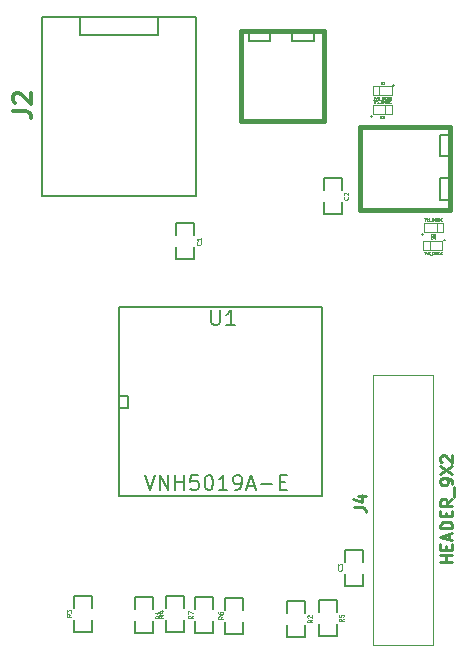
<source format=gto>
G04 (created by PCBNEW (2013-08-24 BZR 4298)-stable) date Mon 09 Dec 2013 08:00:48 PM PST*
%MOIN*%
G04 Gerber Fmt 3.4, Leading zero omitted, Abs format*
%FSLAX34Y34*%
G01*
G70*
G90*
G04 APERTURE LIST*
%ADD10C,0.005906*%
%ADD11C,0.015000*%
%ADD12C,0.005000*%
%ADD13C,0.008000*%
%ADD14C,0.003900*%
%ADD15C,0.007900*%
%ADD16C,0.002000*%
%ADD17C,0.003700*%
%ADD18C,0.001969*%
%ADD19C,0.012000*%
%ADD20C,0.010000*%
G04 APERTURE END LIST*
G54D10*
X60881Y-29417D02*
X60881Y-29092D01*
X60163Y-29417D02*
X60881Y-29417D01*
X60163Y-29102D02*
X60163Y-29417D01*
X58716Y-29112D02*
X58716Y-29427D01*
X58716Y-29427D02*
X59435Y-29427D01*
X59435Y-29427D02*
X59435Y-29102D01*
G54D11*
X58460Y-29082D02*
X58460Y-32074D01*
X58460Y-32074D02*
X61216Y-32074D01*
X61216Y-32074D02*
X61216Y-29082D01*
X61216Y-29082D02*
X58460Y-29082D01*
G54D12*
X56555Y-48727D02*
X56555Y-49127D01*
X56555Y-49127D02*
X55955Y-49127D01*
X55955Y-49127D02*
X55955Y-48727D01*
X55955Y-48327D02*
X55955Y-47927D01*
X55955Y-47927D02*
X56555Y-47927D01*
X56555Y-47927D02*
X56555Y-48327D01*
X62520Y-47164D02*
X62520Y-47564D01*
X62520Y-47564D02*
X61920Y-47564D01*
X61920Y-47564D02*
X61920Y-47164D01*
X61920Y-46764D02*
X61920Y-46364D01*
X61920Y-46364D02*
X62520Y-46364D01*
X62520Y-46364D02*
X62520Y-46764D01*
X56314Y-35886D02*
X56314Y-35486D01*
X56314Y-35486D02*
X56914Y-35486D01*
X56914Y-35486D02*
X56914Y-35886D01*
X56914Y-36286D02*
X56914Y-36686D01*
X56914Y-36686D02*
X56314Y-36686D01*
X56314Y-36686D02*
X56314Y-36286D01*
G54D13*
X54385Y-44574D02*
X54385Y-38275D01*
X61157Y-38275D02*
X61157Y-44574D01*
X54385Y-38275D02*
X61157Y-38275D01*
X61157Y-44574D02*
X54385Y-44574D01*
X54401Y-41235D02*
X54701Y-41235D01*
X54701Y-41235D02*
X54701Y-41635D01*
X54701Y-41635D02*
X54401Y-41635D01*
G54D14*
X63061Y-30909D02*
X63061Y-31224D01*
X62854Y-30909D02*
X63484Y-30909D01*
X63484Y-30909D02*
X63484Y-31224D01*
X63484Y-31224D02*
X62854Y-31224D01*
X62854Y-31224D02*
X62854Y-30909D01*
X63277Y-31846D02*
X63277Y-31531D01*
X63484Y-31846D02*
X62854Y-31846D01*
X62854Y-31846D02*
X62854Y-31531D01*
X62854Y-31531D02*
X63484Y-31531D01*
X63484Y-31531D02*
X63484Y-31846D01*
X64982Y-35783D02*
X64982Y-35468D01*
X65188Y-35783D02*
X64559Y-35783D01*
X64559Y-35783D02*
X64559Y-35468D01*
X64559Y-35468D02*
X65188Y-35468D01*
X65188Y-35468D02*
X65188Y-35783D01*
X64750Y-36074D02*
X64750Y-36389D01*
X64543Y-36074D02*
X65173Y-36074D01*
X65173Y-36074D02*
X65173Y-36389D01*
X65173Y-36389D02*
X64543Y-36389D01*
X64543Y-36389D02*
X64543Y-36074D01*
G54D12*
X61215Y-34374D02*
X61215Y-33974D01*
X61215Y-33974D02*
X61815Y-33974D01*
X61815Y-33974D02*
X61815Y-34374D01*
X61815Y-34774D02*
X61815Y-35174D01*
X61815Y-35174D02*
X61215Y-35174D01*
X61215Y-35174D02*
X61215Y-34774D01*
X53102Y-28606D02*
X53102Y-29216D01*
X53102Y-29216D02*
X55700Y-29216D01*
X55700Y-29216D02*
X55700Y-28616D01*
G54D15*
X51841Y-34590D02*
X51841Y-28606D01*
X51841Y-28606D02*
X56961Y-28606D01*
X56961Y-28606D02*
X56961Y-34590D01*
X56961Y-34590D02*
X51841Y-34590D01*
G54D10*
X65094Y-34704D02*
X65419Y-34704D01*
X65094Y-33986D02*
X65094Y-34704D01*
X65409Y-33986D02*
X65094Y-33986D01*
X65399Y-32539D02*
X65084Y-32539D01*
X65084Y-32539D02*
X65084Y-33257D01*
X65084Y-33257D02*
X65409Y-33257D01*
G54D11*
X65429Y-32283D02*
X62437Y-32283D01*
X62437Y-32283D02*
X62437Y-35039D01*
X62437Y-35039D02*
X65429Y-35039D01*
X65429Y-35039D02*
X65429Y-32283D01*
G54D16*
X62874Y-49543D02*
X62874Y-40543D01*
X64874Y-40543D02*
X64874Y-49543D01*
X64874Y-49541D02*
X62874Y-49541D01*
X62874Y-40543D02*
X64874Y-40543D01*
G54D12*
X54944Y-48339D02*
X54944Y-47939D01*
X54944Y-47939D02*
X55544Y-47939D01*
X55544Y-47939D02*
X55544Y-48339D01*
X55544Y-48739D02*
X55544Y-49139D01*
X55544Y-49139D02*
X54944Y-49139D01*
X54944Y-49139D02*
X54944Y-48739D01*
X60011Y-48469D02*
X60011Y-48069D01*
X60011Y-48069D02*
X60611Y-48069D01*
X60611Y-48069D02*
X60611Y-48469D01*
X60611Y-48869D02*
X60611Y-49269D01*
X60611Y-49269D02*
X60011Y-49269D01*
X60011Y-49269D02*
X60011Y-48869D01*
X61062Y-48437D02*
X61062Y-48037D01*
X61062Y-48037D02*
X61662Y-48037D01*
X61662Y-48037D02*
X61662Y-48437D01*
X61662Y-48837D02*
X61662Y-49237D01*
X61662Y-49237D02*
X61062Y-49237D01*
X61062Y-49237D02*
X61062Y-48837D01*
X53485Y-48703D02*
X53485Y-49103D01*
X53485Y-49103D02*
X52885Y-49103D01*
X52885Y-49103D02*
X52885Y-48703D01*
X52885Y-48303D02*
X52885Y-47903D01*
X52885Y-47903D02*
X53485Y-47903D01*
X53485Y-47903D02*
X53485Y-48303D01*
X58544Y-48770D02*
X58544Y-49170D01*
X58544Y-49170D02*
X57944Y-49170D01*
X57944Y-49170D02*
X57944Y-48770D01*
X57944Y-48370D02*
X57944Y-47970D01*
X57944Y-47970D02*
X58544Y-47970D01*
X58544Y-47970D02*
X58544Y-48370D01*
X57540Y-48759D02*
X57540Y-49159D01*
X57540Y-49159D02*
X56940Y-49159D01*
X56940Y-49159D02*
X56940Y-48759D01*
X56940Y-48359D02*
X56940Y-47959D01*
X56940Y-47959D02*
X57540Y-47959D01*
X57540Y-47959D02*
X57540Y-48359D01*
G54D17*
X55871Y-48542D02*
X55800Y-48592D01*
X55871Y-48628D02*
X55721Y-48628D01*
X55721Y-48571D01*
X55728Y-48556D01*
X55736Y-48549D01*
X55750Y-48542D01*
X55771Y-48542D01*
X55786Y-48549D01*
X55793Y-48556D01*
X55800Y-48571D01*
X55800Y-48628D01*
X55771Y-48413D02*
X55871Y-48413D01*
X55714Y-48449D02*
X55821Y-48485D01*
X55821Y-48392D01*
X61822Y-46979D02*
X61829Y-46986D01*
X61836Y-47008D01*
X61836Y-47022D01*
X61829Y-47043D01*
X61814Y-47058D01*
X61800Y-47065D01*
X61772Y-47072D01*
X61750Y-47072D01*
X61722Y-47065D01*
X61707Y-47058D01*
X61693Y-47043D01*
X61686Y-47022D01*
X61686Y-47008D01*
X61693Y-46986D01*
X61700Y-46979D01*
X61686Y-46929D02*
X61686Y-46836D01*
X61743Y-46886D01*
X61743Y-46865D01*
X61750Y-46850D01*
X61757Y-46843D01*
X61772Y-46836D01*
X61807Y-46836D01*
X61822Y-46843D01*
X61829Y-46850D01*
X61836Y-46865D01*
X61836Y-46908D01*
X61829Y-46922D01*
X61822Y-46929D01*
X57119Y-36121D02*
X57126Y-36128D01*
X57134Y-36150D01*
X57134Y-36164D01*
X57126Y-36185D01*
X57112Y-36200D01*
X57098Y-36207D01*
X57069Y-36214D01*
X57048Y-36214D01*
X57019Y-36207D01*
X57005Y-36200D01*
X56991Y-36185D01*
X56984Y-36164D01*
X56984Y-36150D01*
X56991Y-36128D01*
X56998Y-36121D01*
X57134Y-35978D02*
X57134Y-36064D01*
X57134Y-36021D02*
X56984Y-36021D01*
X57005Y-36035D01*
X57019Y-36050D01*
X57026Y-36064D01*
G54D12*
X57479Y-38385D02*
X57479Y-38790D01*
X57503Y-38838D01*
X57526Y-38861D01*
X57574Y-38885D01*
X57669Y-38885D01*
X57717Y-38861D01*
X57741Y-38838D01*
X57764Y-38790D01*
X57764Y-38385D01*
X58264Y-38885D02*
X57979Y-38885D01*
X58122Y-38885D02*
X58122Y-38385D01*
X58074Y-38457D01*
X58026Y-38504D01*
X57979Y-38528D01*
X55250Y-43877D02*
X55417Y-44377D01*
X55584Y-43877D01*
X55750Y-44377D02*
X55750Y-43877D01*
X56036Y-44377D01*
X56036Y-43877D01*
X56274Y-44377D02*
X56274Y-43877D01*
X56274Y-44115D02*
X56560Y-44115D01*
X56560Y-44377D02*
X56560Y-43877D01*
X57036Y-43877D02*
X56798Y-43877D01*
X56774Y-44115D01*
X56798Y-44092D01*
X56846Y-44068D01*
X56965Y-44068D01*
X57012Y-44092D01*
X57036Y-44115D01*
X57060Y-44163D01*
X57060Y-44282D01*
X57036Y-44330D01*
X57012Y-44353D01*
X56965Y-44377D01*
X56846Y-44377D01*
X56798Y-44353D01*
X56774Y-44330D01*
X57369Y-43877D02*
X57417Y-43877D01*
X57465Y-43901D01*
X57488Y-43925D01*
X57512Y-43973D01*
X57536Y-44068D01*
X57536Y-44187D01*
X57512Y-44282D01*
X57488Y-44330D01*
X57465Y-44353D01*
X57417Y-44377D01*
X57369Y-44377D01*
X57322Y-44353D01*
X57298Y-44330D01*
X57274Y-44282D01*
X57250Y-44187D01*
X57250Y-44068D01*
X57274Y-43973D01*
X57298Y-43925D01*
X57322Y-43901D01*
X57369Y-43877D01*
X58012Y-44377D02*
X57727Y-44377D01*
X57869Y-44377D02*
X57869Y-43877D01*
X57822Y-43949D01*
X57774Y-43996D01*
X57727Y-44020D01*
X58250Y-44377D02*
X58346Y-44377D01*
X58393Y-44353D01*
X58417Y-44330D01*
X58465Y-44258D01*
X58488Y-44163D01*
X58488Y-43973D01*
X58465Y-43925D01*
X58441Y-43901D01*
X58393Y-43877D01*
X58298Y-43877D01*
X58250Y-43901D01*
X58227Y-43925D01*
X58203Y-43973D01*
X58203Y-44092D01*
X58227Y-44139D01*
X58250Y-44163D01*
X58298Y-44187D01*
X58393Y-44187D01*
X58441Y-44163D01*
X58465Y-44139D01*
X58488Y-44092D01*
X58679Y-44234D02*
X58917Y-44234D01*
X58631Y-44377D02*
X58798Y-43877D01*
X58965Y-44377D01*
X59131Y-44187D02*
X59512Y-44187D01*
X59750Y-44115D02*
X59917Y-44115D01*
X59988Y-44377D02*
X59750Y-44377D01*
X59750Y-43877D01*
X59988Y-43877D01*
G54D18*
X63121Y-30846D02*
X63121Y-30767D01*
X63139Y-30767D01*
X63151Y-30771D01*
X63158Y-30779D01*
X63162Y-30786D01*
X63166Y-30801D01*
X63166Y-30812D01*
X63162Y-30827D01*
X63158Y-30835D01*
X63151Y-30842D01*
X63139Y-30846D01*
X63121Y-30846D01*
X63241Y-30846D02*
X63196Y-30846D01*
X63218Y-30846D02*
X63218Y-30767D01*
X63211Y-30779D01*
X63203Y-30786D01*
X63196Y-30790D01*
X62881Y-31279D02*
X62926Y-31279D01*
X62903Y-31358D02*
X62903Y-31279D01*
X62941Y-31279D02*
X62967Y-31358D01*
X62993Y-31279D01*
X63016Y-31354D02*
X63027Y-31358D01*
X63046Y-31358D01*
X63053Y-31354D01*
X63057Y-31350D01*
X63061Y-31343D01*
X63061Y-31335D01*
X63057Y-31328D01*
X63053Y-31324D01*
X63046Y-31320D01*
X63031Y-31317D01*
X63023Y-31313D01*
X63019Y-31309D01*
X63016Y-31302D01*
X63016Y-31294D01*
X63019Y-31287D01*
X63023Y-31283D01*
X63031Y-31279D01*
X63049Y-31279D01*
X63061Y-31283D01*
X63076Y-31365D02*
X63136Y-31365D01*
X63154Y-31358D02*
X63154Y-31279D01*
X63173Y-31279D01*
X63184Y-31283D01*
X63192Y-31290D01*
X63196Y-31298D01*
X63199Y-31313D01*
X63199Y-31324D01*
X63196Y-31339D01*
X63192Y-31347D01*
X63184Y-31354D01*
X63173Y-31358D01*
X63154Y-31358D01*
X63233Y-31358D02*
X63233Y-31279D01*
X63285Y-31279D02*
X63300Y-31279D01*
X63308Y-31283D01*
X63315Y-31290D01*
X63319Y-31305D01*
X63319Y-31332D01*
X63315Y-31347D01*
X63308Y-31354D01*
X63300Y-31358D01*
X63285Y-31358D01*
X63278Y-31354D01*
X63270Y-31347D01*
X63267Y-31332D01*
X63267Y-31305D01*
X63270Y-31290D01*
X63278Y-31283D01*
X63285Y-31279D01*
X63353Y-31358D02*
X63353Y-31279D01*
X63372Y-31279D01*
X63383Y-31283D01*
X63390Y-31290D01*
X63394Y-31298D01*
X63398Y-31313D01*
X63398Y-31324D01*
X63394Y-31339D01*
X63390Y-31347D01*
X63383Y-31354D01*
X63372Y-31358D01*
X63353Y-31358D01*
X63432Y-31317D02*
X63458Y-31317D01*
X63469Y-31358D02*
X63432Y-31358D01*
X63432Y-31279D01*
X63469Y-31279D01*
X63503Y-30865D02*
X63563Y-30865D01*
X63533Y-30895D02*
X63533Y-30835D01*
X63101Y-31980D02*
X63101Y-31901D01*
X63120Y-31901D01*
X63131Y-31905D01*
X63138Y-31913D01*
X63142Y-31920D01*
X63146Y-31935D01*
X63146Y-31946D01*
X63142Y-31961D01*
X63138Y-31969D01*
X63131Y-31976D01*
X63120Y-31980D01*
X63101Y-31980D01*
X63176Y-31909D02*
X63180Y-31905D01*
X63187Y-31901D01*
X63206Y-31901D01*
X63213Y-31905D01*
X63217Y-31909D01*
X63221Y-31916D01*
X63221Y-31924D01*
X63217Y-31935D01*
X63172Y-31980D01*
X63221Y-31980D01*
X62861Y-31389D02*
X62906Y-31389D01*
X62883Y-31468D02*
X62883Y-31389D01*
X62921Y-31389D02*
X62947Y-31468D01*
X62973Y-31389D01*
X62996Y-31464D02*
X63007Y-31468D01*
X63026Y-31468D01*
X63033Y-31464D01*
X63037Y-31461D01*
X63041Y-31453D01*
X63041Y-31446D01*
X63037Y-31438D01*
X63033Y-31434D01*
X63026Y-31431D01*
X63011Y-31427D01*
X63003Y-31423D01*
X63000Y-31419D01*
X62996Y-31412D01*
X62996Y-31404D01*
X63000Y-31397D01*
X63003Y-31393D01*
X63011Y-31389D01*
X63030Y-31389D01*
X63041Y-31393D01*
X63056Y-31476D02*
X63116Y-31476D01*
X63135Y-31468D02*
X63135Y-31389D01*
X63153Y-31389D01*
X63165Y-31393D01*
X63172Y-31401D01*
X63176Y-31408D01*
X63180Y-31423D01*
X63180Y-31434D01*
X63176Y-31449D01*
X63172Y-31457D01*
X63165Y-31464D01*
X63153Y-31468D01*
X63135Y-31468D01*
X63213Y-31468D02*
X63213Y-31389D01*
X63266Y-31389D02*
X63281Y-31389D01*
X63288Y-31393D01*
X63296Y-31401D01*
X63300Y-31416D01*
X63300Y-31442D01*
X63296Y-31457D01*
X63288Y-31464D01*
X63281Y-31468D01*
X63266Y-31468D01*
X63258Y-31464D01*
X63251Y-31457D01*
X63247Y-31442D01*
X63247Y-31416D01*
X63251Y-31401D01*
X63258Y-31393D01*
X63266Y-31389D01*
X63333Y-31468D02*
X63333Y-31389D01*
X63352Y-31389D01*
X63363Y-31393D01*
X63371Y-31401D01*
X63375Y-31408D01*
X63378Y-31423D01*
X63378Y-31434D01*
X63375Y-31449D01*
X63371Y-31457D01*
X63363Y-31464D01*
X63352Y-31468D01*
X63333Y-31468D01*
X63412Y-31427D02*
X63438Y-31427D01*
X63450Y-31468D02*
X63412Y-31468D01*
X63412Y-31389D01*
X63450Y-31389D01*
X62775Y-31901D02*
X62835Y-31901D01*
X62805Y-31931D02*
X62805Y-31871D01*
X64806Y-35917D02*
X64806Y-35838D01*
X64824Y-35838D01*
X64836Y-35842D01*
X64843Y-35850D01*
X64847Y-35857D01*
X64851Y-35872D01*
X64851Y-35883D01*
X64847Y-35898D01*
X64843Y-35906D01*
X64836Y-35913D01*
X64824Y-35917D01*
X64806Y-35917D01*
X64877Y-35838D02*
X64926Y-35838D01*
X64899Y-35868D01*
X64911Y-35868D01*
X64918Y-35872D01*
X64922Y-35876D01*
X64926Y-35883D01*
X64926Y-35902D01*
X64922Y-35910D01*
X64918Y-35913D01*
X64911Y-35917D01*
X64888Y-35917D01*
X64881Y-35913D01*
X64877Y-35910D01*
X64566Y-35326D02*
X64611Y-35326D01*
X64588Y-35405D02*
X64588Y-35326D01*
X64626Y-35326D02*
X64652Y-35405D01*
X64678Y-35326D01*
X64701Y-35401D02*
X64712Y-35405D01*
X64731Y-35405D01*
X64738Y-35401D01*
X64742Y-35398D01*
X64746Y-35390D01*
X64746Y-35383D01*
X64742Y-35375D01*
X64738Y-35371D01*
X64731Y-35368D01*
X64716Y-35364D01*
X64708Y-35360D01*
X64704Y-35356D01*
X64701Y-35349D01*
X64701Y-35341D01*
X64704Y-35334D01*
X64708Y-35330D01*
X64716Y-35326D01*
X64734Y-35326D01*
X64746Y-35330D01*
X64761Y-35413D02*
X64821Y-35413D01*
X64839Y-35405D02*
X64839Y-35326D01*
X64858Y-35326D01*
X64869Y-35330D01*
X64877Y-35338D01*
X64881Y-35345D01*
X64884Y-35360D01*
X64884Y-35371D01*
X64881Y-35386D01*
X64877Y-35394D01*
X64869Y-35401D01*
X64858Y-35405D01*
X64839Y-35405D01*
X64918Y-35405D02*
X64918Y-35326D01*
X64971Y-35326D02*
X64986Y-35326D01*
X64993Y-35330D01*
X65001Y-35338D01*
X65004Y-35353D01*
X65004Y-35379D01*
X65001Y-35394D01*
X64993Y-35401D01*
X64986Y-35405D01*
X64971Y-35405D01*
X64963Y-35401D01*
X64956Y-35394D01*
X64952Y-35379D01*
X64952Y-35353D01*
X64956Y-35338D01*
X64963Y-35330D01*
X64971Y-35326D01*
X65038Y-35405D02*
X65038Y-35326D01*
X65057Y-35326D01*
X65068Y-35330D01*
X65076Y-35338D01*
X65079Y-35345D01*
X65083Y-35360D01*
X65083Y-35371D01*
X65079Y-35386D01*
X65076Y-35394D01*
X65068Y-35401D01*
X65057Y-35405D01*
X65038Y-35405D01*
X65117Y-35364D02*
X65143Y-35364D01*
X65154Y-35405D02*
X65117Y-35405D01*
X65117Y-35326D01*
X65154Y-35326D01*
X64479Y-35838D02*
X64539Y-35838D01*
X64509Y-35868D02*
X64509Y-35808D01*
X64809Y-36011D02*
X64809Y-35933D01*
X64828Y-35933D01*
X64839Y-35937D01*
X64847Y-35944D01*
X64851Y-35952D01*
X64854Y-35967D01*
X64854Y-35978D01*
X64851Y-35993D01*
X64847Y-36000D01*
X64839Y-36008D01*
X64828Y-36011D01*
X64809Y-36011D01*
X64922Y-35959D02*
X64922Y-36011D01*
X64903Y-35929D02*
X64884Y-35985D01*
X64933Y-35985D01*
X64570Y-36445D02*
X64615Y-36445D01*
X64592Y-36523D02*
X64592Y-36445D01*
X64630Y-36445D02*
X64656Y-36523D01*
X64682Y-36445D01*
X64705Y-36520D02*
X64716Y-36523D01*
X64735Y-36523D01*
X64742Y-36520D01*
X64746Y-36516D01*
X64750Y-36508D01*
X64750Y-36501D01*
X64746Y-36493D01*
X64742Y-36490D01*
X64735Y-36486D01*
X64720Y-36482D01*
X64712Y-36478D01*
X64708Y-36475D01*
X64705Y-36467D01*
X64705Y-36460D01*
X64708Y-36452D01*
X64712Y-36448D01*
X64720Y-36445D01*
X64738Y-36445D01*
X64750Y-36448D01*
X64764Y-36531D02*
X64824Y-36531D01*
X64843Y-36523D02*
X64843Y-36445D01*
X64862Y-36445D01*
X64873Y-36448D01*
X64881Y-36456D01*
X64884Y-36463D01*
X64888Y-36478D01*
X64888Y-36490D01*
X64884Y-36505D01*
X64881Y-36512D01*
X64873Y-36520D01*
X64862Y-36523D01*
X64843Y-36523D01*
X64922Y-36523D02*
X64922Y-36445D01*
X64974Y-36445D02*
X64989Y-36445D01*
X64997Y-36448D01*
X65004Y-36456D01*
X65008Y-36471D01*
X65008Y-36497D01*
X65004Y-36512D01*
X64997Y-36520D01*
X64989Y-36523D01*
X64974Y-36523D01*
X64967Y-36520D01*
X64959Y-36512D01*
X64956Y-36497D01*
X64956Y-36471D01*
X64959Y-36456D01*
X64967Y-36448D01*
X64974Y-36445D01*
X65042Y-36523D02*
X65042Y-36445D01*
X65061Y-36445D01*
X65072Y-36448D01*
X65079Y-36456D01*
X65083Y-36463D01*
X65087Y-36478D01*
X65087Y-36490D01*
X65083Y-36505D01*
X65079Y-36512D01*
X65072Y-36520D01*
X65061Y-36523D01*
X65042Y-36523D01*
X65121Y-36482D02*
X65147Y-36482D01*
X65158Y-36523D02*
X65121Y-36523D01*
X65121Y-36445D01*
X65158Y-36445D01*
X65192Y-36031D02*
X65252Y-36031D01*
X65222Y-36061D02*
X65222Y-36001D01*
G54D17*
X62021Y-34609D02*
X62028Y-34616D01*
X62035Y-34638D01*
X62035Y-34652D01*
X62028Y-34674D01*
X62014Y-34688D01*
X61999Y-34695D01*
X61971Y-34702D01*
X61949Y-34702D01*
X61921Y-34695D01*
X61907Y-34688D01*
X61892Y-34674D01*
X61885Y-34652D01*
X61885Y-34638D01*
X61892Y-34616D01*
X61899Y-34609D01*
X61899Y-34552D02*
X61892Y-34545D01*
X61885Y-34531D01*
X61885Y-34495D01*
X61892Y-34481D01*
X61899Y-34474D01*
X61914Y-34466D01*
X61928Y-34466D01*
X61949Y-34474D01*
X62035Y-34559D01*
X62035Y-34466D01*
G54D19*
X50861Y-31736D02*
X51289Y-31736D01*
X51375Y-31764D01*
X51432Y-31822D01*
X51461Y-31907D01*
X51461Y-31964D01*
X50918Y-31479D02*
X50889Y-31450D01*
X50861Y-31393D01*
X50861Y-31250D01*
X50889Y-31193D01*
X50918Y-31164D01*
X50975Y-31136D01*
X51032Y-31136D01*
X51118Y-31164D01*
X51461Y-31507D01*
X51461Y-31136D01*
G54D20*
X62227Y-44950D02*
X62513Y-44950D01*
X62570Y-44969D01*
X62608Y-45007D01*
X62627Y-45064D01*
X62627Y-45102D01*
X62361Y-44588D02*
X62627Y-44588D01*
X62208Y-44683D02*
X62494Y-44778D01*
X62494Y-44531D01*
X65512Y-46785D02*
X65112Y-46785D01*
X65303Y-46785D02*
X65303Y-46557D01*
X65512Y-46557D02*
X65112Y-46557D01*
X65303Y-46366D02*
X65303Y-46233D01*
X65512Y-46176D02*
X65512Y-46366D01*
X65112Y-46366D01*
X65112Y-46176D01*
X65398Y-46023D02*
X65398Y-45833D01*
X65512Y-46061D02*
X65112Y-45928D01*
X65512Y-45795D01*
X65512Y-45661D02*
X65112Y-45661D01*
X65112Y-45566D01*
X65132Y-45509D01*
X65170Y-45471D01*
X65208Y-45452D01*
X65284Y-45433D01*
X65341Y-45433D01*
X65417Y-45452D01*
X65455Y-45471D01*
X65493Y-45509D01*
X65512Y-45566D01*
X65512Y-45661D01*
X65303Y-45261D02*
X65303Y-45128D01*
X65512Y-45071D02*
X65512Y-45261D01*
X65112Y-45261D01*
X65112Y-45071D01*
X65512Y-44671D02*
X65322Y-44804D01*
X65512Y-44900D02*
X65112Y-44900D01*
X65112Y-44747D01*
X65132Y-44709D01*
X65151Y-44690D01*
X65189Y-44671D01*
X65246Y-44671D01*
X65284Y-44690D01*
X65303Y-44709D01*
X65322Y-44747D01*
X65322Y-44900D01*
X65551Y-44595D02*
X65551Y-44290D01*
X65512Y-44176D02*
X65512Y-44100D01*
X65493Y-44061D01*
X65474Y-44042D01*
X65417Y-44004D01*
X65341Y-43985D01*
X65189Y-43985D01*
X65151Y-44004D01*
X65132Y-44023D01*
X65112Y-44061D01*
X65112Y-44138D01*
X65132Y-44176D01*
X65151Y-44195D01*
X65189Y-44214D01*
X65284Y-44214D01*
X65322Y-44195D01*
X65341Y-44176D01*
X65360Y-44138D01*
X65360Y-44061D01*
X65341Y-44023D01*
X65322Y-44004D01*
X65284Y-43985D01*
X65112Y-43852D02*
X65512Y-43585D01*
X65112Y-43585D02*
X65512Y-43852D01*
X65151Y-43452D02*
X65132Y-43433D01*
X65112Y-43395D01*
X65112Y-43300D01*
X65132Y-43261D01*
X65151Y-43242D01*
X65189Y-43223D01*
X65227Y-43223D01*
X65284Y-43242D01*
X65512Y-43471D01*
X65512Y-43223D01*
G54D17*
X55763Y-48574D02*
X55692Y-48624D01*
X55763Y-48660D02*
X55613Y-48660D01*
X55613Y-48602D01*
X55621Y-48588D01*
X55628Y-48581D01*
X55642Y-48574D01*
X55663Y-48574D01*
X55678Y-48581D01*
X55685Y-48588D01*
X55692Y-48602D01*
X55692Y-48660D01*
X55763Y-48431D02*
X55763Y-48517D01*
X55763Y-48474D02*
X55613Y-48474D01*
X55635Y-48488D01*
X55649Y-48502D01*
X55656Y-48517D01*
X60830Y-48704D02*
X60759Y-48754D01*
X60830Y-48790D02*
X60680Y-48790D01*
X60680Y-48732D01*
X60688Y-48718D01*
X60695Y-48711D01*
X60709Y-48704D01*
X60730Y-48704D01*
X60745Y-48711D01*
X60752Y-48718D01*
X60759Y-48732D01*
X60759Y-48790D01*
X60695Y-48647D02*
X60688Y-48640D01*
X60680Y-48625D01*
X60680Y-48590D01*
X60688Y-48575D01*
X60695Y-48568D01*
X60709Y-48561D01*
X60723Y-48561D01*
X60745Y-48568D01*
X60830Y-48654D01*
X60830Y-48561D01*
X61882Y-48672D02*
X61810Y-48722D01*
X61882Y-48758D02*
X61732Y-48758D01*
X61732Y-48701D01*
X61739Y-48687D01*
X61746Y-48679D01*
X61760Y-48672D01*
X61782Y-48672D01*
X61796Y-48679D01*
X61803Y-48687D01*
X61810Y-48701D01*
X61810Y-48758D01*
X61732Y-48537D02*
X61732Y-48608D01*
X61803Y-48615D01*
X61796Y-48608D01*
X61789Y-48594D01*
X61789Y-48558D01*
X61796Y-48544D01*
X61803Y-48537D01*
X61817Y-48529D01*
X61853Y-48529D01*
X61867Y-48537D01*
X61874Y-48544D01*
X61882Y-48558D01*
X61882Y-48594D01*
X61874Y-48608D01*
X61867Y-48615D01*
X52800Y-48518D02*
X52729Y-48568D01*
X52800Y-48604D02*
X52650Y-48604D01*
X52650Y-48547D01*
X52658Y-48533D01*
X52665Y-48526D01*
X52679Y-48518D01*
X52700Y-48518D01*
X52715Y-48526D01*
X52722Y-48533D01*
X52729Y-48547D01*
X52729Y-48604D01*
X52650Y-48468D02*
X52650Y-48376D01*
X52708Y-48426D01*
X52708Y-48404D01*
X52715Y-48390D01*
X52722Y-48383D01*
X52736Y-48376D01*
X52772Y-48376D01*
X52786Y-48383D01*
X52793Y-48390D01*
X52800Y-48404D01*
X52800Y-48447D01*
X52793Y-48461D01*
X52786Y-48468D01*
X57859Y-48585D02*
X57788Y-48635D01*
X57859Y-48671D02*
X57709Y-48671D01*
X57709Y-48614D01*
X57717Y-48600D01*
X57724Y-48593D01*
X57738Y-48585D01*
X57759Y-48585D01*
X57774Y-48593D01*
X57781Y-48600D01*
X57788Y-48614D01*
X57788Y-48671D01*
X57709Y-48457D02*
X57709Y-48485D01*
X57717Y-48500D01*
X57724Y-48507D01*
X57745Y-48521D01*
X57774Y-48528D01*
X57831Y-48528D01*
X57845Y-48521D01*
X57852Y-48514D01*
X57859Y-48500D01*
X57859Y-48471D01*
X57852Y-48457D01*
X57845Y-48450D01*
X57831Y-48443D01*
X57795Y-48443D01*
X57781Y-48450D01*
X57774Y-48457D01*
X57767Y-48471D01*
X57767Y-48500D01*
X57774Y-48514D01*
X57781Y-48521D01*
X57795Y-48528D01*
X56856Y-48574D02*
X56784Y-48624D01*
X56856Y-48659D02*
X56706Y-48659D01*
X56706Y-48602D01*
X56713Y-48588D01*
X56720Y-48581D01*
X56734Y-48574D01*
X56756Y-48574D01*
X56770Y-48581D01*
X56777Y-48588D01*
X56784Y-48602D01*
X56784Y-48659D01*
X56706Y-48524D02*
X56706Y-48424D01*
X56856Y-48488D01*
M02*

</source>
